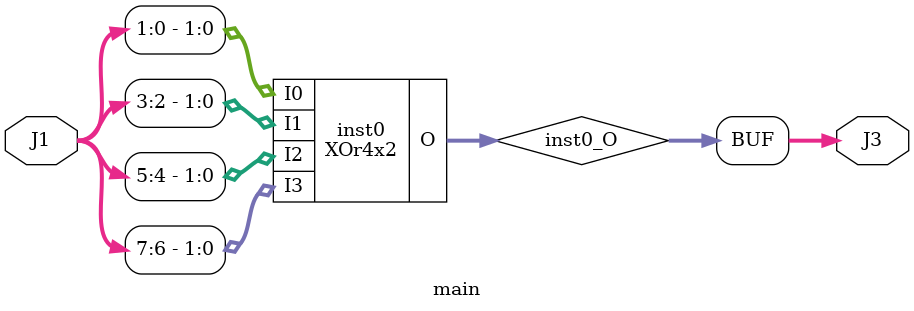
<source format=v>
module XOr4 (input [3:0] I, output  O);
wire  inst0_O;
SB_LUT4 #(.LUT_INIT(16'h6996)) inst0 (.I0(I[0]), .I1(I[1]), .I2(I[2]), .I3(I[3]), .O(inst0_O));
assign O = inst0_O;
endmodule

module XOr4x2 (input [1:0] I0, input [1:0] I1, input [1:0] I2, input [1:0] I3, output [1:0] O);
wire  inst0_O;
wire  inst1_O;
XOr4 inst0 (.I({I3[0],I2[0],I1[0],I0[0]}), .O(inst0_O));
XOr4 inst1 (.I({I3[1],I2[1],I1[1],I0[1]}), .O(inst1_O));
assign O = {inst1_O,inst0_O};
endmodule

module main (input [7:0] J1, output [1:0] J3);
wire [1:0] inst0_O;
XOr4x2 inst0 (.I0({J1[1],J1[0]}), .I1({J1[3],J1[2]}), .I2({J1[5],J1[4]}), .I3({J1[7],J1[6]}), .O(inst0_O));
assign J3 = inst0_O;
endmodule


</source>
